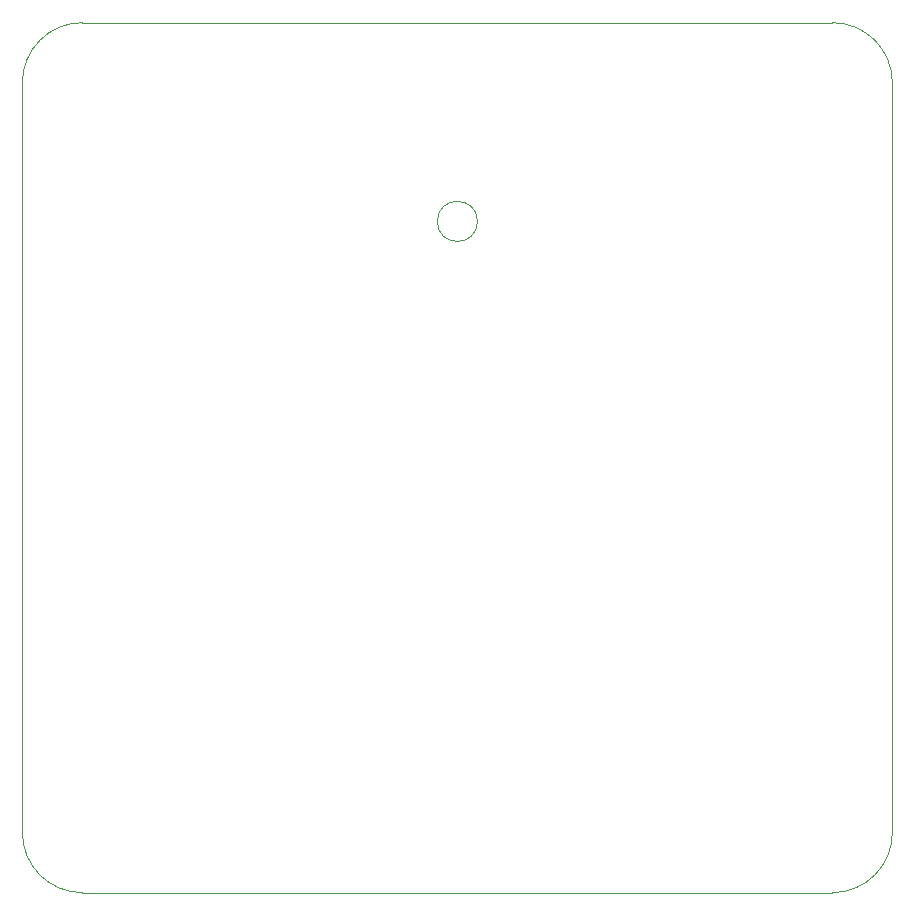
<source format=gm1>
G04 #@! TF.GenerationSoftware,KiCad,Pcbnew,8.0.4*
G04 #@! TF.CreationDate,2024-09-06T18:50:32+02:00*
G04 #@! TF.ProjectId,rgb_controller,7267625f-636f-46e7-9472-6f6c6c65722e,rev?*
G04 #@! TF.SameCoordinates,Original*
G04 #@! TF.FileFunction,Profile,NP*
%FSLAX46Y46*%
G04 Gerber Fmt 4.6, Leading zero omitted, Abs format (unit mm)*
G04 Created by KiCad (PCBNEW 8.0.4) date 2024-09-06 18:50:32*
%MOMM*%
%LPD*%
G01*
G04 APERTURE LIST*
G04 #@! TA.AperFunction,Profile*
%ADD10C,0.100000*%
G04 #@! TD*
G04 APERTURE END LIST*
D10*
X55880000Y-30480000D02*
G75*
G02*
X60960000Y-25400000I5080000J0D01*
G01*
X124460000Y-25400000D02*
G75*
G02*
X129540000Y-30480000I0J-5080000D01*
G01*
X60960000Y-99060000D02*
G75*
G02*
X55880000Y-93980000I0J5080000D01*
G01*
X129540000Y-30480000D02*
X129540000Y-93980000D01*
X94410000Y-42230000D02*
G75*
G02*
X91010000Y-42230000I-1700000J0D01*
G01*
X91010000Y-42230000D02*
G75*
G02*
X94410000Y-42230000I1700000J0D01*
G01*
X60960000Y-25400000D02*
X124460000Y-25400000D01*
X129540000Y-93980000D02*
G75*
G02*
X124460000Y-99060000I-5080000J0D01*
G01*
X55880000Y-93980000D02*
X55880000Y-30480000D01*
X124460000Y-99060000D02*
X60960000Y-99060000D01*
M02*

</source>
